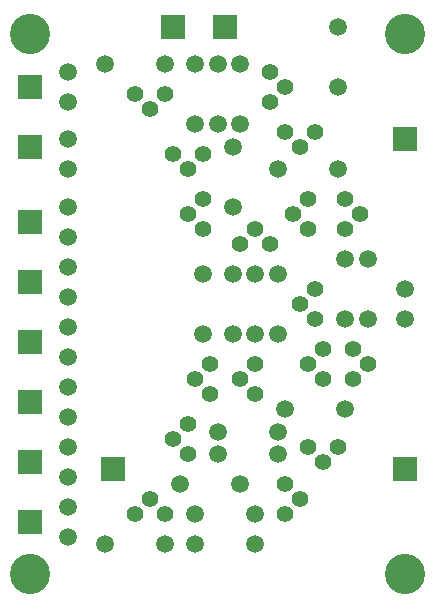
<source format=gts>
G75*
G70*
%OFA0B0*%
%FSLAX24Y24*%
%IPPOS*%
%LPD*%
%AMOC8*
5,1,8,0,0,1.08239X$1,22.5*
%
%ADD10C,0.0595*%
%ADD11R,0.0789X0.0789*%
%ADD12C,0.0556*%
%ADD13C,0.1340*%
D10*
X002600Y002600D03*
X002600Y003600D03*
X002600Y004600D03*
X002600Y005600D03*
X002600Y006600D03*
X002600Y007600D03*
X002600Y008600D03*
X002600Y009600D03*
X002600Y010600D03*
X002600Y011600D03*
X002600Y012600D03*
X002600Y013600D03*
X002600Y014850D03*
X002600Y015850D03*
X002600Y017100D03*
X002600Y018100D03*
X003850Y018350D03*
X005850Y018350D03*
X006850Y018350D03*
X007600Y018350D03*
X008350Y018350D03*
X008350Y016350D03*
X008100Y015600D03*
X007600Y016350D03*
X006850Y016350D03*
X008100Y013600D03*
X009600Y014850D03*
X011600Y014850D03*
X011600Y017600D03*
X011600Y019600D03*
X011850Y011850D03*
X012600Y011850D03*
X013850Y010850D03*
X013850Y009850D03*
X012600Y009850D03*
X011850Y009850D03*
X011850Y006850D03*
X009850Y006850D03*
X009600Y006100D03*
X009600Y005350D03*
X008350Y004350D03*
X007600Y005350D03*
X007600Y006100D03*
X006350Y004350D03*
X006850Y003350D03*
X006850Y002350D03*
X005850Y002350D03*
X003850Y002350D03*
X008850Y002350D03*
X008850Y003350D03*
X008850Y009350D03*
X008100Y009350D03*
X007100Y009350D03*
X007100Y011350D03*
X008100Y011350D03*
X008850Y011350D03*
X009600Y011350D03*
X009600Y009350D03*
D11*
X013850Y004850D03*
X013850Y015850D03*
X007850Y019600D03*
X006100Y019600D03*
X001350Y017600D03*
X001350Y015600D03*
X001350Y013100D03*
X001350Y011100D03*
X001350Y009100D03*
X001350Y007100D03*
X001350Y005100D03*
X001350Y003100D03*
X004100Y004850D03*
D12*
X004850Y003350D03*
X005350Y003850D03*
X005850Y003350D03*
X006600Y005350D03*
X006100Y005850D03*
X006600Y006350D03*
X007350Y007350D03*
X006850Y007850D03*
X007350Y008350D03*
X008350Y007850D03*
X008850Y007350D03*
X008850Y008350D03*
X010350Y010350D03*
X010850Y009850D03*
X010850Y010850D03*
X010600Y012850D03*
X010100Y013350D03*
X010600Y013850D03*
X009350Y012350D03*
X008850Y012850D03*
X008350Y012350D03*
X007100Y012850D03*
X006600Y013350D03*
X007100Y013850D03*
X006600Y014850D03*
X006100Y015350D03*
X007100Y015350D03*
X005850Y017350D03*
X005350Y016850D03*
X004850Y017350D03*
X009350Y017100D03*
X009850Y017600D03*
X009350Y018100D03*
X009850Y016100D03*
X010350Y015600D03*
X010850Y016100D03*
X011850Y013850D03*
X012350Y013350D03*
X011850Y012850D03*
X012100Y008850D03*
X012600Y008350D03*
X012100Y007850D03*
X011100Y007850D03*
X010600Y008350D03*
X011100Y008850D03*
X010600Y005600D03*
X011100Y005100D03*
X011600Y005600D03*
X010350Y003850D03*
X009850Y003350D03*
X009850Y004350D03*
D13*
X001350Y001350D03*
X013850Y001350D03*
X013850Y019350D03*
X001350Y019350D03*
M02*

</source>
